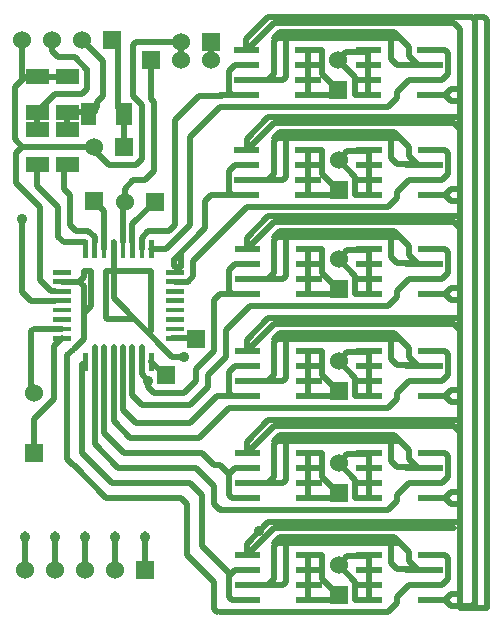
<source format=gbr>
G04 start of page 2 for group 0 idx 0 *
G04 Title: (unknown), component *
G04 Creator: pcb 20110918 *
G04 CreationDate: So 28. září 2013, 10:39:31 GMT UTC *
G04 For: dominecf *
G04 Format: Gerber/RS-274X *
G04 PCB-Dimensions: 165354 204724 *
G04 PCB-Coordinate-Origin: lower left *
%MOIN*%
%FSLAX25Y25*%
%LNTOP*%
%ADD19C,0.0380*%
%ADD18C,0.0280*%
%ADD17C,0.0360*%
%ADD16R,0.0200X0.0200*%
%ADD15R,0.0157X0.0157*%
%ADD14R,0.0512X0.0512*%
%ADD13C,0.0600*%
%ADD12C,0.0001*%
%ADD11C,0.0200*%
G54D11*X37925Y126716D02*Y108138D01*
X18508Y110448D02*X17171D01*
X13556Y114063D01*
X18508Y107299D02*X14764D01*
X20721Y113598D02*X26465D01*
X28056Y112007D01*
X26465Y113598D02*X28056Y115189D01*
Y117007D01*
X30556D01*
X41075Y126716D02*Y139753D01*
X44224Y132902D02*X51612Y140290D01*
X51556Y140234D01*
X47374Y128325D02*X49556Y130507D01*
X44224Y126716D02*Y132902D01*
X47374Y124503D02*Y128325D01*
X35556Y117007D02*X50556D01*
X41075Y139753D02*X41612Y140290D01*
X41075Y139753D02*Y138988D01*
Y140988D02*Y140026D01*
X58279Y121230D02*X68556Y131507D01*
X58056Y121007D02*Y119007D01*
X58556Y118507D01*
X60556D01*
Y122507D01*
X60056Y123007D01*
X64556Y115507D02*Y120507D01*
X63556Y139007D02*Y139507D01*
X68556Y131507D02*Y140507D01*
X28476Y126716D02*X21347D01*
X19556Y128507D01*
Y138507D01*
X13556Y114063D02*Y138507D01*
X7556Y134507D02*Y124507D01*
Y125007D02*Y110007D01*
X10264Y107299D01*
X15264D01*
X31626Y126716D02*Y128437D01*
X29556Y130507D01*
X25556D01*
X23556Y132507D01*
Y138507D01*
X34775Y124503D02*Y137288D01*
X31556Y140507D01*
X65556Y94507D02*X65362Y94701D01*
X57556D01*
Y88507D02*X61556D01*
X71556Y90507D02*Y107507D01*
X65556Y80507D02*Y84507D01*
X71556Y90507D01*
X69556Y78507D02*Y82507D01*
X75556Y88507D02*X69556Y82507D01*
X58279Y113598D02*X62647D01*
X64556Y115507D01*
X18056Y92035D02*X20721Y94700D01*
X20528Y94507D01*
X20721Y97850D02*X11399D01*
X10556Y97007D01*
X28056Y112007D02*Y94507D01*
X24721Y91172D01*
X30556Y117007D02*Y105507D01*
X28056Y103007D01*
X24306Y90757D02*X22556Y89007D01*
X11339Y56451D02*Y67790D01*
X18056Y74507D01*
Y92035D01*
X10556Y97007D02*Y77234D01*
X11339Y76451D01*
X55556Y82507D02*X54994D01*
X50556Y86945D01*
Y87226D01*
X47374Y82689D02*X49556Y80507D01*
Y78507D01*
X51556Y76507D01*
X50556Y117007D02*Y97007D01*
X47374Y91945D02*Y82689D01*
X37925Y108138D02*X57556Y88507D01*
X45056Y101007D02*X36056D01*
X35556Y101507D01*
Y117007D01*
X37925Y91945D02*Y67138D01*
X41075Y91945D02*X41056Y71007D01*
X44225Y91945D02*Y75838D01*
X34781Y63282D02*X34776Y91945D01*
X31626D02*Y64437D01*
X37925Y67138D02*X43556Y61507D01*
X34776Y63287D02*X41556Y56507D01*
X34914Y63150D02*X34781Y63282D01*
X31626Y59437D02*Y64507D01*
X41075Y70988D02*X45556Y66507D01*
X22556Y89007D02*Y54507D01*
X27556Y86024D02*Y56507D01*
X8556Y17507D02*Y29507D01*
X18556Y17507D02*Y29507D01*
X28556Y17507D02*Y29507D01*
X38556Y17507D02*Y29507D01*
X48556Y17507D02*Y29507D01*
X31626Y59437D02*X39556Y51507D01*
X24721Y52342D02*X35556Y41507D01*
X22556Y54507D02*X24556Y52507D01*
X37556Y46507D02*X27556Y56507D01*
X44225Y75838D02*X47556Y72507D01*
X63556D01*
X51556Y76507D02*X61556D01*
X45556Y66507D02*X63556D01*
X61556Y76507D02*X65556Y80507D01*
X63556Y72507D02*X69556Y78507D01*
X41556Y56507D02*X67556D01*
X71556Y52507D01*
X43556Y61507D02*X66556D01*
X71556Y52507D02*X73556D01*
X72556Y75507D02*X63556Y66507D01*
X39556Y51507D02*X65556D01*
X63556Y46507D02*X37556D01*
X63556D02*X67556Y42507D01*
X71556Y45507D02*Y39507D01*
X73556Y37507D01*
X73056Y38007D01*
X67556Y42507D02*Y25507D01*
X62556Y22507D02*Y39507D01*
X60556Y41507D01*
X35556D01*
X12556Y170102D02*Y165593D01*
X22556Y168921D02*Y164412D01*
X23737Y170102D02*X22556Y168921D01*
X8461Y181912D02*X22556D01*
X5056Y178507D02*X8461Y181912D01*
X5056Y178507D02*Y161007D01*
X18461Y176007D02*X12556Y170102D01*
X7556Y158507D02*X5056Y161007D01*
X7556Y158507D02*X5556Y156507D01*
Y146507D01*
X12556Y152602D02*Y145507D01*
X19556Y138507D01*
X5556Y146507D02*X13556Y138507D01*
X23556Y136507D02*Y142507D01*
X21556Y144507D01*
Y151602D01*
X22556Y152602D01*
X21651D01*
X21556Y152507D01*
X50556Y187507D02*Y174507D01*
X51556Y173507D01*
X47556Y172507D02*X44556Y175507D01*
X51556Y173507D02*Y150507D01*
X47556Y154507D02*Y172507D01*
X51556Y150507D02*X48556Y147507D01*
X36556Y152507D02*X45556D01*
X47556Y154507D01*
X48556Y147507D02*X44556D01*
X41612Y144563D01*
Y140290D01*
X41556Y158507D02*Y169412D01*
X44556Y175507D02*Y192507D01*
X45556Y193507D01*
X37556Y194007D02*X39556Y192007D01*
Y171412D01*
X41556Y169412D02*X39556Y171412D01*
X32556Y173507D02*X34556Y175507D01*
Y187007D01*
X32556Y173507D02*Y171697D01*
X23737Y170102D02*X31651D01*
X23737D02*X26651D01*
X18461Y176007D02*X27556D01*
X29235Y177686D02*X27556Y176007D01*
X32556Y171697D02*X30961Y170102D01*
X31556Y158507D02*X7556D01*
X31556D02*Y157507D01*
X36556Y152507D01*
X29235Y184361D02*Y177686D01*
X7556Y194007D02*Y181912D01*
X17556Y194007D02*Y190507D01*
X19556Y188507D01*
X24914D01*
X29235Y184186D01*
X34556Y187007D02*X27556Y194007D01*
X28056Y193507D01*
X56556Y130507D02*X58556Y132507D01*
Y142507D01*
X68556Y140507D02*X70556Y142507D01*
X49556Y130507D02*X56556D01*
X50523Y124503D02*X55552D01*
X63556Y132507D01*
X58556Y141507D02*Y167507D01*
X63556Y132507D02*Y160507D01*
X58556Y167507D02*X66556Y175507D01*
X74126D01*
X73556Y171722D02*X63556Y161722D01*
Y160507D01*
X70556Y187507D02*Y193507D01*
X45556D02*X60556D01*
Y187507D02*Y193507D01*
X65556Y51507D02*X71556Y45507D01*
X76556Y42507D02*X77556Y41507D01*
X76556Y49507D02*Y42507D01*
X78556Y51507D02*X76556Y49507D01*
X82306Y51507D02*X78556D01*
X94556Y46507D02*X95556Y47507D01*
X82306Y46507D02*X94556D01*
X89556D02*X91556Y48507D01*
X77556Y41507D02*X81556D01*
X77556Y7507D02*X81556D01*
X76556Y8507D02*X77556Y7507D01*
X67556Y25507D02*X76556Y16507D01*
X71556Y13507D02*X62556Y22507D01*
X82306Y26257D02*X89556Y33507D01*
X82306Y22507D02*Y26257D01*
X82556Y22507D02*X91556Y31507D01*
X82306Y22507D02*X82556D01*
X95556Y13507D02*Y25507D01*
X94556Y12507D02*X95556Y13507D01*
X82306Y12507D02*X94556D01*
X76556Y15507D02*Y8507D01*
X78556Y17507D02*X76556Y15507D01*
X82306Y17507D02*X78556D01*
X91556Y14507D02*Y25507D01*
X89556Y12507D02*X91556Y14507D01*
X157201Y5507D02*X157416Y5722D01*
X150556Y9507D02*X153556D01*
X148551Y7502D02*X150556Y9507D01*
X154201Y5507D02*X157201D01*
X150556D02*X153556D01*
X148561Y7502D02*X150556Y5507D01*
X144556Y7502D02*X148561D01*
X143524D02*X148551D01*
X139341Y17722D02*X139556Y17507D01*
X143556D02*X135556D01*
X147556Y12507D02*X136556D01*
X149556Y14507D02*X147556Y12507D01*
X149556Y21507D02*Y14507D01*
X129556Y3507D02*X73556D01*
X132556Y6507D02*X129556Y3507D01*
X118561Y7502D02*X123024D01*
X118556Y7507D02*X118561Y7502D01*
X111124Y7507D02*X102806D01*
X162416Y4722D02*X153416D01*
X72556Y3507D02*X71556Y4507D01*
X118556Y13661D02*Y7507D01*
X112917Y19300D02*X118556Y13661D01*
X107556Y14507D02*X112556Y9507D01*
X107556Y22507D02*Y14507D01*
X102806Y7507D02*Y22507D01*
X112917Y9300D02*X111124Y7507D01*
X123024Y22502D02*Y7502D01*
X111124Y41507D02*X102806D01*
X112917Y43300D02*X111124Y41507D01*
X73556Y52507D02*X76556Y49507D01*
X71556Y4507D02*Y13507D01*
X132416Y17722D02*X139341D01*
X132556Y8507D02*Y6507D01*
X136556Y12507D02*X132556Y8507D01*
X130416Y53722D02*X132416Y51722D01*
X150556Y39507D02*X153556D01*
X148561Y41502D02*X150556Y39507D01*
X144556Y41502D02*X148561D01*
X150556Y43507D02*X153556D01*
X130416Y19722D02*X132416Y17722D01*
X130416Y26507D02*Y19722D01*
X131556Y28507D02*X134556Y25507D01*
X136556Y20507D02*X139556Y17507D01*
X136556Y23507D02*Y20507D01*
X133556Y26507D02*X136556Y23507D01*
X93556Y28507D02*X131556D01*
X91556Y26507D02*X93556Y28507D01*
X89556Y33507D02*X152556D01*
X91556Y31507D02*X151556D01*
X129556Y37507D02*X73556D01*
X92556Y26507D02*X133556D01*
X91556Y25507D02*X92556Y26507D01*
X102806Y22507D02*X107556D01*
X115656Y22039D02*X112917Y19300D01*
X123024Y22039D02*X115656D01*
X148561Y22502D02*X149556Y21507D01*
X143524Y22502D02*X148561D01*
X132556Y40507D02*X129556Y37507D01*
X118561Y41502D02*X123024D01*
X118556Y41507D02*X118561Y41502D01*
X118556Y47661D02*Y41507D01*
X123024Y56502D02*Y41502D01*
X89556Y67507D02*X152556D01*
X91556Y65507D02*X151556D01*
X93556Y62507D02*X131556D01*
X92556Y60507D02*X133556D01*
X112917Y53300D02*X118556Y47661D01*
X115656Y56039D02*X112917Y53300D01*
X123024Y56039D02*X115656D01*
X82306Y60257D02*X89556Y67507D01*
X82306Y56507D02*Y60257D01*
X82556Y56507D02*X91556Y65507D01*
X82306Y56507D02*X82556D01*
X91556Y60507D02*X93556Y62507D01*
X91556Y59507D02*X92556Y60507D01*
X95556Y47507D02*Y59507D01*
X91556Y48507D02*Y59507D01*
X107556Y48507D02*X112556Y43507D01*
X107556Y56507D02*Y48507D01*
X102806Y56507D02*X107556D01*
X102806Y41507D02*Y56507D01*
X77556Y75507D02*X81556D01*
X76556Y76507D02*X77556Y75507D01*
X76556Y71507D02*X66556Y61507D01*
X132556Y74507D02*X129556Y71507D01*
X118561Y75502D02*X123024D01*
X118556Y75507D02*X118561Y75502D01*
X111124Y75507D02*X102806D01*
X79556D02*X72556D01*
X129556Y71507D02*X76556D01*
X153416Y197722D02*Y5507D01*
X162416Y200722D02*Y4722D01*
X161416Y201722D02*X162416Y200722D01*
X158416Y201722D02*X161416D01*
X158416Y200722D02*Y5722D01*
X157416Y201722D02*X158416Y200722D01*
X150556Y107507D02*X153556D01*
X148561Y109502D02*X150556Y107507D01*
X144556Y109502D02*X148561D01*
X150556Y111507D02*X153556D01*
X148551Y109502D02*X150556Y111507D01*
X143524Y109502D02*X148551D01*
X149556Y116507D02*X147556Y114507D01*
X151556Y99507D02*X153556Y97507D01*
X143524Y90502D02*X148561D01*
X149556Y123507D02*Y116507D01*
Y89507D02*Y82507D01*
X148561Y90502D02*X149556Y89507D01*
X151416Y199722D02*X153416Y197722D01*
X149416Y182722D02*X147416Y180722D01*
X149416Y189722D02*Y182722D01*
X148421Y190717D02*X149416Y189722D01*
X143384Y190717D02*X148421D01*
X148551Y41502D02*X150556Y43507D01*
X143524Y41502D02*X148551D01*
X139341Y51722D02*X139556Y51507D01*
X151556Y65507D02*X153556Y63507D01*
X143556Y51507D02*X135556D01*
X136556Y57507D02*Y54507D01*
X132416Y51722D02*X139341D01*
X130416Y60507D02*Y53722D01*
X131556Y62507D02*X134556Y59507D01*
X136556Y54507D02*X139556Y51507D01*
X133556Y60507D02*X136556Y57507D01*
X132556Y42507D02*Y40507D01*
X136556Y46507D02*X132556Y42507D01*
X147556Y46507D02*X136556D01*
X139341Y85722D02*X139556Y85507D01*
X132416Y85722D02*X139341D01*
X130416Y87722D02*X132416Y85722D01*
X132556Y76507D02*Y74507D01*
X136556Y80507D02*X132556Y76507D01*
X130416Y94507D02*Y87722D01*
X131556Y96507D02*X134556Y93507D01*
X133556Y94507D02*X136556Y91507D01*
X143556Y85507D02*X135556D01*
X147556Y80507D02*X136556D01*
Y88507D02*X139556Y85507D01*
X136556Y91507D02*Y88507D01*
X149556Y48507D02*X147556Y46507D01*
X149556Y55507D02*Y48507D01*
X148561Y56502D02*X149556Y55507D01*
X143524Y56502D02*X148561D01*
X150556Y73507D02*X153556D01*
X148561Y75502D02*X150556Y73507D01*
X144556Y75502D02*X148561D01*
X150556Y77507D02*X153556D01*
X148551Y75502D02*X150556Y77507D01*
X143524Y75502D02*X148551D01*
X149556Y82507D02*X147556Y80507D01*
X131416Y196722D02*X134416Y193722D01*
X143416Y185722D02*X135416D01*
X136416Y188722D02*X139416Y185722D01*
X136416Y191722D02*Y188722D01*
X133416Y194722D02*X136416Y191722D01*
X132416Y174722D02*X129416Y171722D01*
X132416Y176722D02*Y174722D01*
X136416Y180722D02*X132416Y176722D01*
X147416Y180722D02*X136416D01*
X129556Y138507D02*X130556Y139507D01*
X79556Y109507D02*X73556D01*
X77556D02*X81556D01*
X82306Y128257D02*X89556Y135507D01*
X82306Y124507D02*Y128257D01*
X82556Y124507D02*X91556Y133507D01*
Y128507D02*X93556Y130507D01*
X91556Y127507D02*X92556Y128507D01*
X82306Y124507D02*X82556D01*
X82306Y114507D02*X94556D01*
X89556D02*X91556Y116507D01*
X82306Y119507D02*X78556D01*
X91556Y116507D02*Y127507D01*
X76556Y110507D02*X77556Y109507D01*
X76556Y117507D02*Y110507D01*
X78556Y119507D02*X76556Y117507D01*
X77556Y142507D02*X81556D01*
X76556Y143507D02*X77556Y142507D01*
X130416Y121722D02*X132416Y119722D01*
X130416Y128507D02*Y121722D01*
X131556Y130507D02*X134556Y127507D01*
X132556Y141507D02*X129556Y138507D01*
X89556Y135507D02*X152556D01*
X91556Y133507D02*X151556D01*
X93556Y130507D02*X131556D01*
X92556Y128507D02*X133556D01*
X82556Y138507D02*X129556D01*
X102806Y124507D02*X107556D01*
X111124Y142507D02*X102806D01*
X115656Y124039D02*X112917Y121300D01*
X123024Y124039D02*X115656D01*
X118561Y142502D02*X123024D01*
X118556Y142507D02*X118561Y142502D01*
X95556Y115507D02*Y127507D01*
X94556Y114507D02*X95556Y115507D01*
X111124Y109507D02*X102806D01*
X112917Y111300D02*X111124Y109507D01*
X107556Y116507D02*X112556Y111507D01*
X107556Y124507D02*Y116507D01*
X102806Y109507D02*Y124507D01*
X123024Y124502D02*Y109502D01*
X89556Y101507D02*X152556D01*
X91556Y99507D02*X151556D01*
X93556Y96507D02*X131556D01*
X92556Y94507D02*X133556D01*
X129556Y105507D02*X83556D01*
X82166Y194472D02*X89416Y201722D01*
X82166Y190722D02*Y194472D01*
Y190722D02*X82416D01*
X91416Y199722D01*
Y193722D02*X92416Y194722D01*
X91416Y182722D02*Y193722D01*
Y194722D02*X93416Y196722D01*
X95416Y181722D02*Y193722D01*
X94416Y180722D02*X95416Y181722D01*
X82166Y180722D02*X94416D01*
X89416D02*X91416Y182722D01*
X77416Y175722D02*X81416D01*
X76416Y176722D02*X77416Y175722D01*
X74126Y175507D02*X74341Y175722D01*
X76416Y183722D02*Y176722D01*
X78416Y185722D02*X76416Y183722D01*
X82166Y185722D02*X78416D01*
X91416Y199722D02*X151416D01*
X93416Y196722D02*X131416D01*
X92416Y194722D02*X133416D01*
X118421Y175717D02*X122884D01*
X118416Y175722D02*X118421Y175717D01*
X118416Y181876D02*Y175722D01*
X122884Y190717D02*Y175717D01*
X112777Y187515D02*X118416Y181876D01*
X115516Y190254D02*X112777Y187515D01*
X122884Y190254D02*X115516D01*
X107416Y182722D02*X112416Y177722D01*
X110984Y175722D02*X102666D01*
X112777Y177515D02*X110984Y175722D01*
X107416Y190722D02*Y182722D01*
X102666Y190722D02*X107416D01*
X102666Y175722D02*Y190722D01*
X112917Y121300D02*X118556Y115661D01*
X132556Y108507D02*X129556Y105507D01*
X118561Y109502D02*X123024D01*
X118556Y109507D02*X118561Y109502D01*
X118556Y115661D02*Y109507D01*
Y81661D02*Y75507D01*
X112917Y87300D02*X118556Y81661D01*
X115656Y90039D02*X112917Y87300D01*
X123024Y90039D02*X115656D01*
X123024Y90502D02*Y75502D01*
X107556Y82507D02*X112556Y77507D01*
X112917Y77300D02*X111124Y75507D01*
X107556Y90507D02*Y82507D01*
X102806Y90507D02*X107556D01*
X102806Y75507D02*Y90507D01*
X82306Y94257D02*X89556Y101507D01*
X82306Y90507D02*Y94257D01*
X82556Y90507D02*X91556Y99507D01*
X82306Y90507D02*X82556D01*
X91556Y94507D02*X93556Y96507D01*
X91556Y93507D02*X92556Y94507D01*
X95556Y81507D02*Y93507D01*
X94556Y80507D02*X95556Y81507D01*
X82306Y80507D02*X94556D01*
X91556Y82507D02*Y93507D01*
X89556Y80507D02*X91556Y82507D01*
X76556Y83507D02*Y76507D01*
X78556Y85507D02*X76556Y83507D01*
X82306Y85507D02*X78556D01*
X83556Y105507D02*X75556Y97507D01*
Y88507D01*
X89416Y201722D02*X157416D01*
X139341Y152722D02*X139556Y152507D01*
X132416Y152722D02*X139341D01*
X130416Y154722D02*X132416Y152722D01*
X89556Y168507D02*X152556D01*
X129416Y171722D02*X73416D01*
X91556Y166507D02*X151556D01*
X93556Y163507D02*X131556D01*
X92556Y161507D02*X133556D01*
X118556Y148661D02*Y142507D01*
X79556D02*X70556D01*
X112917Y154300D02*X118556Y148661D01*
X115656Y157039D02*X112917Y154300D01*
X123024Y157039D02*X115656D01*
X123024Y157502D02*Y142502D01*
X107556Y149507D02*X112556Y144507D01*
X107556Y157507D02*Y149507D01*
X102806Y157507D02*X107556D01*
X102806Y142507D02*Y157507D01*
X112917Y144300D02*X111124Y142507D01*
X82306Y161257D02*X89556Y168507D01*
X79416Y175722D02*X73416D01*
X82306Y157507D02*Y161257D01*
Y157507D02*X82556D01*
X91556Y166507D01*
Y161507D02*X93556Y163507D01*
X91556Y160507D02*X92556Y161507D01*
X95556Y148507D02*Y160507D01*
X94556Y147507D02*X95556Y148507D01*
X82306Y147507D02*X94556D01*
X91556Y149507D02*Y160507D01*
X89556Y147507D02*X91556Y149507D01*
X76556Y150507D02*Y143507D01*
X64556Y120507D02*X82556Y138507D01*
X71556Y107507D02*X73556Y109507D01*
X78556Y152507D02*X76556Y150507D01*
X82306Y152507D02*X78556D01*
X137916Y186222D02*X137416Y185722D01*
X138916Y186222D02*X137916D01*
X138416Y185722D02*X138916Y186222D01*
X139341Y119722D02*X139556Y119507D01*
X136556Y122507D02*X139556Y119507D01*
X136556Y125507D02*Y122507D01*
X133556Y128507D02*X136556Y125507D01*
X132416Y119722D02*X139341D01*
X151556Y133507D02*X153556Y131507D01*
X143556Y119507D02*X135556D01*
X132556Y110507D02*Y108507D01*
X130416Y161507D02*Y154722D01*
X132416Y185722D02*X138416D01*
X130416Y187722D02*X132416Y185722D01*
X130416Y194722D02*Y187722D01*
X136556Y114507D02*X132556Y110507D01*
X147556Y114507D02*X136556D01*
X148561Y124502D02*X149556Y123507D01*
X143524Y124502D02*X148561D01*
X150556Y140507D02*X153556D01*
X148561Y142502D02*X150556Y140507D01*
X144556Y142502D02*X148561D01*
X150556Y144507D02*X153556D01*
X148551Y142502D02*X150556Y144507D01*
X143524Y142502D02*X148551D01*
X131556Y163507D02*X134556Y160507D01*
X143556Y152507D02*X135556D01*
X136556Y155507D02*X139556Y152507D01*
X136556Y158507D02*Y155507D01*
X133556Y161507D02*X136556Y158507D01*
X132556Y143507D02*Y141507D01*
X136556Y147507D02*X132556Y143507D01*
X147556Y147507D02*X136556D01*
X151556Y166507D02*X153556Y164507D01*
X149556Y149507D02*X147556Y147507D01*
X149556Y156507D02*Y149507D01*
X148561Y157502D02*X149556Y156507D01*
X143524Y157502D02*X148561D01*
X150416Y173722D02*X153416D01*
X148421Y175717D02*X150416Y173722D01*
X144416Y175717D02*X148421D01*
X150416Y177722D02*X153416D01*
X148411Y175717D02*X150416Y177722D01*
X143384Y175717D02*X148411D01*
G54D12*G36*
X34556Y197007D02*Y191007D01*
X40556D01*
Y197007D01*
X34556D01*
G37*
G54D13*X27556Y194007D03*
X17556D03*
X7556D03*
G54D12*G36*
X47556Y190507D02*Y184507D01*
X53556D01*
Y190507D01*
X47556D01*
G37*
G54D13*X60556Y187507D03*
X70556D03*
G54D12*G36*
X67556Y196507D02*Y190507D01*
X73556D01*
Y196507D01*
X67556D01*
G37*
G54D13*X60556Y193507D03*
G54D12*G36*
X109777Y180515D02*Y174515D01*
X115777D01*
Y180515D01*
X109777D01*
G37*
G54D13*X112777Y187515D03*
G54D12*G36*
X28556Y143507D02*Y137507D01*
X34556D01*
Y143507D01*
X28556D01*
G37*
G36*
X48612Y143290D02*Y137290D01*
X54612D01*
Y143290D01*
X48612D01*
G37*
G54D13*X41612Y140290D03*
G54D12*G36*
X38556Y161507D02*Y155507D01*
X44556D01*
Y161507D01*
X38556D01*
G37*
G54D13*X31556Y158507D03*
G54D12*G36*
X62556Y97507D02*Y91507D01*
X68556D01*
Y97507D01*
X62556D01*
G37*
G36*
X52556Y85507D02*Y79507D01*
X58556D01*
Y85507D01*
X52556D01*
G37*
G36*
X8339Y59451D02*Y53451D01*
X14339D01*
Y59451D01*
X8339D01*
G37*
G54D13*X11339Y76451D03*
G54D12*G36*
X109917Y114300D02*Y108300D01*
X115917D01*
Y114300D01*
X109917D01*
G37*
G54D13*X112917Y121300D03*
G54D12*G36*
X109917Y147300D02*Y141300D01*
X115917D01*
Y147300D01*
X109917D01*
G37*
G54D13*X112917Y154300D03*
G54D12*G36*
X109917Y46300D02*Y40300D01*
X115917D01*
Y46300D01*
X109917D01*
G37*
G54D13*X112917Y53300D03*
G54D12*G36*
X110189Y80222D02*Y74222D01*
X116189D01*
Y80222D01*
X110189D01*
G37*
G54D13*X113189Y87222D03*
G54D12*G36*
X45556Y20507D02*Y14507D01*
X51556D01*
Y20507D01*
X45556D01*
G37*
G54D13*X38556Y17507D03*
X28556D03*
X18556D03*
X8556D03*
G54D12*G36*
X109917Y12300D02*Y6300D01*
X115917D01*
Y12300D01*
X109917D01*
G37*
G54D13*X112917Y19300D03*
G54D14*X21375Y181912D02*X23737D01*
X21375Y170102D02*X23737D01*
X11375Y164412D02*X13737D01*
X11375Y152602D02*X13737D01*
X21375Y164412D02*X23737D01*
X21375Y152602D02*X23737D01*
X11375Y181912D02*X13737D01*
X11375Y170102D02*X13737D01*
X29651Y170688D02*Y168326D01*
G54D15*X18508Y116747D02*X22934D01*
X18508Y113598D02*X22934D01*
X18508Y110448D02*X22934D01*
X18508Y107299D02*X22934D01*
X18508Y104149D02*X22934D01*
X18508Y100999D02*X22934D01*
X18508Y97850D02*X22934D01*
X18508Y94700D02*X22934D01*
X28477Y89158D02*Y84732D01*
X31626Y89158D02*Y84732D01*
X34776Y89158D02*Y84732D01*
X37925Y89158D02*Y84732D01*
X41075Y89158D02*Y84732D01*
X44225Y89158D02*Y84732D01*
X47374Y89158D02*Y84732D01*
X50524Y89158D02*Y84732D01*
X56066Y94701D02*X60492D01*
X56066Y97850D02*X60492D01*
X56066Y101000D02*X60492D01*
X56066Y104149D02*X60492D01*
X56066Y107299D02*X60492D01*
X56066Y110449D02*X60492D01*
X56066Y113598D02*X60492D01*
X56066Y116748D02*X60492D01*
X50523Y126716D02*Y122290D01*
X47374Y126716D02*Y122290D01*
X44224Y126716D02*Y122290D01*
X41075Y126716D02*Y122290D01*
X37925Y126716D02*Y122290D01*
X34775Y126716D02*Y122290D01*
X31626Y126716D02*Y122290D01*
X28476Y126716D02*Y122290D01*
G54D16*X79306Y22507D02*X85806D01*
X99806D02*X106306D01*
X140274Y22502D02*X146774D01*
X119774D02*X126274D01*
X79306Y17507D02*X85806D01*
X99806D02*X106306D01*
X140274Y17502D02*X146774D01*
X119774D02*X126274D01*
X79306Y12507D02*X85806D01*
X79306Y7507D02*X85806D01*
X99806D02*X106306D01*
X99806Y12507D02*X106306D01*
X140274Y7502D02*X146774D01*
X140274Y12502D02*X146774D01*
X119774D02*X126274D01*
X119774Y7502D02*X126274D01*
X140274Y109502D02*X146774D01*
X119774D02*X126274D01*
X79306Y109507D02*X85806D01*
X99806D02*X106306D01*
X140274Y114502D02*X146774D01*
X119774D02*X126274D01*
X79306Y114507D02*X85806D01*
X99806D02*X106306D01*
X119774Y124502D02*X126274D01*
X119774Y119502D02*X126274D01*
X79306Y124507D02*X85806D01*
X79306Y119507D02*X85806D01*
X99806D02*X106306D01*
X99806Y124507D02*X106306D01*
X79056Y157507D02*X85556D01*
X99556D02*X106056D01*
X79056Y152507D02*X85556D01*
X99556D02*X106056D01*
X79056Y147507D02*X85556D01*
X79056Y142507D02*X85556D01*
X99556D02*X106056D01*
X99556Y147507D02*X106056D01*
X79306Y56507D02*X85806D01*
X99806D02*X106306D01*
X79306Y51507D02*X85806D01*
X99806D02*X106306D01*
X79306Y46507D02*X85806D01*
X79306Y41507D02*X85806D01*
X99806D02*X106306D01*
X99806Y46507D02*X106306D01*
X79306Y90507D02*X85806D01*
X79306Y85507D02*X85806D01*
X79306Y80507D02*X85806D01*
X79306Y75507D02*X85806D01*
X99806D02*X106306D01*
X99806Y80507D02*X106306D01*
X99806Y85507D02*X106306D01*
X99806Y90507D02*X106306D01*
X140274Y41502D02*X146774D01*
X119774D02*X126274D01*
X140274Y46502D02*X146774D01*
X140274Y51502D02*X146774D01*
X140274Y56502D02*X146774D01*
X119774Y51502D02*X126274D01*
X119774Y46502D02*X126274D01*
X119774Y56502D02*X126274D01*
X140274Y75502D02*X146774D01*
X119774D02*X126274D01*
X140274Y80502D02*X146774D01*
X119774D02*X126274D01*
X140274Y85502D02*X146774D01*
X119774D02*X126274D01*
X140274Y90502D02*X146774D01*
X119774D02*X126274D01*
X140274Y119502D02*X146774D01*
X140274Y124502D02*X146774D01*
X140274Y142502D02*X146774D01*
X119774D02*X126274D01*
X140274Y147502D02*X146774D01*
X140274Y152502D02*X146774D01*
X140274Y157502D02*X146774D01*
X119774D02*X126274D01*
X119774Y152502D02*X126274D01*
X119774Y147502D02*X126274D01*
G54D14*X41461Y170688D02*Y168326D01*
G54D16*X140134Y175717D02*X146634D01*
X78916Y175722D02*X85416D01*
X99416D02*X105916D01*
X140134Y180717D02*X146634D01*
X78916Y180722D02*X85416D01*
X99416D02*X105916D01*
X140134Y185717D02*X146634D01*
X78916Y185722D02*X85416D01*
X99416D02*X105916D01*
X140134Y190717D02*X146634D01*
X78916Y190722D02*X85416D01*
X99416D02*X105916D01*
X119634Y190717D02*X126134D01*
X119634Y185717D02*X126134D01*
X119634Y180717D02*X126134D01*
X119634Y175717D02*X126134D01*
G54D17*X8556Y28507D03*
X18556D03*
X28556D03*
X38556D03*
X49556Y80507D03*
X61556Y88507D03*
X7556Y134507D03*
X48556Y28507D03*
X86556Y30507D03*
G54D11*G54D18*G54D19*G54D18*M02*

</source>
